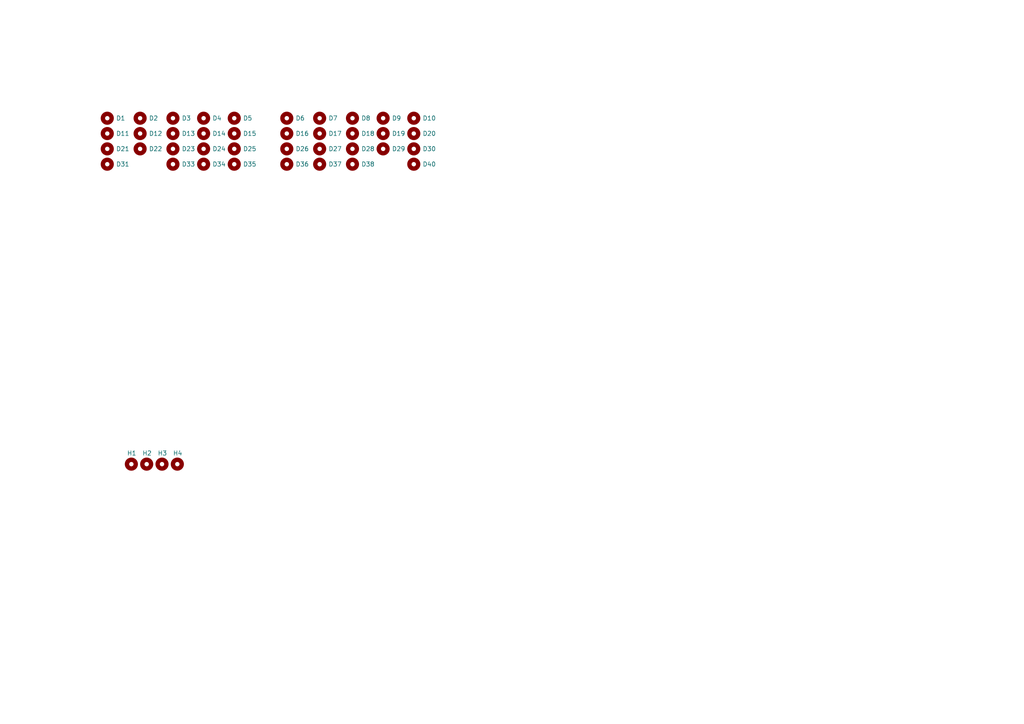
<source format=kicad_sch>
(kicad_sch (version 20211123) (generator eeschema)
  (paper "A4")
  (lib_symbols
    (symbol "Mechanical:MountingHole" (pin_names (offset 1.016))
      (property "Reference" "H" (at 0 5.08 0))
      (property "Value" "MountingHole" (at 0 3.175 0))
      (symbol "MountingHole_0_1"
        (circle (center 0 0) (radius 1.27) (stroke (width 1.27)))
      )
    )
  )
  (symbol (lib_id "Mechanical:MountingHole") (at 40.64 34.29 0) (unit 1)
    (property "Reference" "D2" (at 43.18 34.29 0) (effects (justify left)))
    (property "Value" "MountingHole" (effects hide))
    (property "Footprint" "custom:Diode-slot" (effects hide))
  )
  (symbol (lib_id "Mechanical:MountingHole") (at 92.71 43.18 0) (unit 1)
    (property "Reference" "D27" (at 95.25 43.18 0) (effects (justify left)))
    (property "Value" "MountingHole" (effects hide))
    (property "Footprint" "custom:Diode-slot" (effects hide))
  )
  (symbol (lib_id "Mechanical:MountingHole") (at 51.435 134.62 0) (unit 1)
    (property "Reference" "H4" (at 50.165 131.445 0) (effects (justify left)))
    (property "Value" "MountingHole_Pad" (effects hide))
    (property "Footprint" "MountingHole:MountingHole_2.2mm_M2" (effects hide))
  )
  (symbol (lib_id "Mechanical:MountingHole") (at 50.165 47.625 0) (unit 1)
    (property "Reference" "D33" (at 52.705 47.625 0) (effects (justify left)))
    (property "Value" "MountingHole" (effects hide))
    (property "Footprint" "custom:Diode-slot" (effects hide))
  )
  (symbol (lib_id "Mechanical:MountingHole") (at 92.71 38.735 0) (unit 1)
    (property "Reference" "D17" (at 95.25 38.735 0) (effects (justify left)))
    (property "Value" "MountingHole" (effects hide))
    (property "Footprint" "custom:Diode-slot" (effects hide))
  )
  (symbol (lib_id "Mechanical:MountingHole") (at 111.125 43.18 0) (unit 1)
    (property "Reference" "D29" (at 113.665 43.18 0) (effects (justify left)))
    (property "Value" "MountingHole" (effects hide))
    (property "Footprint" "custom:Diode-slot" (effects hide))
  )
  (symbol (lib_id "Mechanical:MountingHole") (at 31.115 43.18 0) (unit 1)
    (property "Reference" "D21" (at 33.655 43.18 0) (effects (justify left)))
    (property "Value" "MountingHole" (effects hide))
    (property "Footprint" "custom:Diode-slot" (effects hide))
  )
  (symbol (lib_id "Mechanical:MountingHole") (at 120.015 47.625 0) (unit 1)
    (property "Reference" "D40" (at 122.555 47.625 0) (effects (justify left)))
    (property "Value" "MountingHole" (effects hide))
    (property "Footprint" "custom:Diode-slot" (effects hide))
  )
  (symbol (lib_id "Mechanical:MountingHole") (at 120.015 43.18 0) (unit 1)
    (property "Reference" "D30" (at 122.555 43.18 0) (effects (justify left)))
    (property "Value" "MountingHole" (effects hide))
    (property "Footprint" "custom:Diode-slot" (effects hide))
  )
  (symbol (lib_id "Mechanical:MountingHole") (at 102.235 34.29 0) (unit 1)
    (property "Reference" "D8" (at 104.775 34.29 0) (effects (justify left)))
    (property "Value" "MountingHole" (effects hide))
    (property "Footprint" "custom:Diode-slot" (effects hide))
  )
  (symbol (lib_id "Mechanical:MountingHole") (at 83.185 43.18 0) (unit 1)
    (property "Reference" "D26" (at 85.725 43.18 0) (effects (justify left)))
    (property "Value" "MountingHole" (effects hide))
    (property "Footprint" "custom:Diode-slot" (effects hide))
  )
  (symbol (lib_id "Mechanical:MountingHole") (at 83.185 38.735 0) (unit 1)
    (property "Reference" "D16" (at 85.725 38.735 0) (effects (justify left)))
    (property "Value" "MountingHole" (effects hide))
    (property "Footprint" "custom:Diode-slot" (effects hide))
  )
  (symbol (lib_id "Mechanical:MountingHole") (at 46.99 134.62 0) (unit 1)
    (property "Reference" "H3" (at 45.72 131.445 0) (effects (justify left)))
    (property "Value" "MountingHole_Pad" (effects hide))
    (property "Footprint" "MountingHole:MountingHole_2.2mm_M2" (effects hide))
  )
  (symbol (lib_id "Mechanical:MountingHole") (at 83.185 47.625 0) (unit 1)
    (property "Reference" "D36" (at 85.725 47.625 0) (effects (justify left)))
    (property "Value" "MountingHole" (effects hide))
    (property "Footprint" "custom:Diode-slot" (effects hide))
  )
  (symbol (lib_id "Mechanical:MountingHole") (at 67.945 34.29 0) (unit 1)
    (property "Reference" "D5" (at 70.485 34.29 0) (effects (justify left)))
    (property "Value" "MountingHole" (effects hide))
    (property "Footprint" "custom:Diode-slot" (effects hide))
  )
  (symbol (lib_id "Mechanical:MountingHole") (at 102.235 38.735 0) (unit 1)
    (property "Reference" "D18" (at 104.775 38.735 0) (effects (justify left)))
    (property "Value" "MountingHole" (effects hide))
    (property "Footprint" "custom:Diode-slot" (effects hide))
  )
  (symbol (lib_id "Mechanical:MountingHole") (at 50.165 34.29 0) (unit 1)
    (property "Reference" "D3" (at 52.705 34.29 0) (effects (justify left)))
    (property "Value" "MountingHole" (effects hide))
    (property "Footprint" "custom:Diode-slot" (effects hide))
  )
  (symbol (lib_id "Mechanical:MountingHole") (at 83.185 34.29 0) (unit 1)
    (property "Reference" "D6" (at 85.725 34.29 0) (effects (justify left)))
    (property "Value" "MountingHole" (effects hide))
    (property "Footprint" "custom:Diode-slot" (effects hide))
  )
  (symbol (lib_id "Mechanical:MountingHole") (at 59.055 43.18 0) (unit 1)
    (property "Reference" "D24" (at 61.595 43.18 0) (effects (justify left)))
    (property "Value" "MountingHole" (effects hide))
    (property "Footprint" "custom:Diode-slot" (effects hide))
  )
  (symbol (lib_id "Mechanical:MountingHole") (at 111.125 34.29 0) (unit 1)
    (property "Reference" "D9" (at 113.665 34.29 0) (effects (justify left)))
    (property "Value" "MountingHole" (effects hide))
    (property "Footprint" "custom:Diode-slot" (effects hide))
  )
  (symbol (lib_id "Mechanical:MountingHole") (at 111.125 38.735 0) (unit 1)
    (property "Reference" "D19" (at 113.665 38.735 0) (effects (justify left)))
    (property "Value" "MountingHole" (effects hide))
    (property "Footprint" "custom:Diode-slot" (effects hide))
  )
  (symbol (lib_id "Mechanical:MountingHole") (at 102.235 43.18 0) (unit 1)
    (property "Reference" "D28" (at 104.775 43.18 0) (effects (justify left)))
    (property "Value" "MountingHole" (effects hide))
    (property "Footprint" "custom:Diode-slot" (effects hide))
  )
  (symbol (lib_id "Mechanical:MountingHole") (at 31.115 34.29 0) (unit 1)
    (property "Reference" "D1" (at 33.655 34.29 0) (effects (justify left)))
    (property "Value" "MountingHole" (effects hide))
    (property "Footprint" "custom:Diode-slot" (effects hide))
  )
  (symbol (lib_id "Mechanical:MountingHole") (at 59.055 38.735 0) (unit 1)
    (property "Reference" "D14" (at 61.595 38.735 0) (effects (justify left)))
    (property "Value" "MountingHole" (effects hide))
    (property "Footprint" "custom:Diode-slot" (effects hide))
  )
  (symbol (lib_id "Mechanical:MountingHole") (at 92.71 34.29 0) (unit 1)
    (property "Reference" "D7" (at 95.25 34.29 0) (effects (justify left)))
    (property "Value" "MountingHole" (effects hide))
    (property "Footprint" "custom:Diode-slot" (effects hide))
  )
  (symbol (lib_id "Mechanical:MountingHole") (at 120.015 34.29 0) (unit 1)
    (property "Reference" "D10" (at 122.555 34.29 0) (effects (justify left)))
    (property "Value" "MountingHole" (effects hide))
    (property "Footprint" "custom:Diode-slot" (effects hide))
  )
  (symbol (lib_id "Mechanical:MountingHole") (at 50.165 38.735 0) (unit 1)
    (property "Reference" "D13" (at 52.705 38.735 0) (effects (justify left)))
    (property "Value" "MountingHole" (effects hide))
    (property "Footprint" "custom:Diode-slot" (effects hide))
  )
  (symbol (lib_id "Mechanical:MountingHole") (at 42.545 134.62 0) (unit 1)
    (property "Reference" "H2" (at 41.275 131.445 0) (effects (justify left)))
    (property "Value" "MountingHole_Pad" (effects hide))
    (property "Footprint" "MountingHole:MountingHole_2.2mm_M2" (effects hide))
  )
  (symbol (lib_id "Mechanical:MountingHole") (at 50.165 43.18 0) (unit 1)
    (property "Reference" "D23" (at 52.705 43.18 0) (effects (justify left)))
    (property "Value" "MountingHole" (effects hide))
    (property "Footprint" "custom:Diode-slot" (effects hide))
  )
  (symbol (lib_id "Mechanical:MountingHole") (at 40.64 43.18 0) (unit 1)
    (property "Reference" "D22" (at 43.18 43.18 0) (effects (justify left)))
    (property "Value" "MountingHole" (effects hide))
    (property "Footprint" "custom:Diode-slot" (effects hide))
  )
  (symbol (lib_id "Mechanical:MountingHole") (at 102.235 47.625 0) (unit 1)
    (property "Reference" "D38" (at 104.775 47.625 0) (effects (justify left)))
    (property "Value" "MountingHole" (effects hide))
    (property "Footprint" "custom:Diode-slot" (effects hide))
  )
  (symbol (lib_id "Mechanical:MountingHole") (at 40.64 38.735 0) (unit 1)
    (property "Reference" "D12" (at 43.18 38.735 0) (effects (justify left)))
    (property "Value" "MountingHole" (effects hide))
    (property "Footprint" "custom:Diode-slot" (effects hide))
  )
  (symbol (lib_id "Mechanical:MountingHole") (at 92.71 47.625 0) (unit 1)
    (property "Reference" "D37" (at 95.25 47.625 0) (effects (justify left)))
    (property "Value" "MountingHole" (effects hide))
    (property "Footprint" "custom:Diode-slot" (effects hide))
  )
  (symbol (lib_id "Mechanical:MountingHole") (at 67.945 43.18 0) (unit 1)
    (property "Reference" "D25" (at 70.485 43.18 0) (effects (justify left)))
    (property "Value" "MountingHole" (effects hide))
    (property "Footprint" "custom:Diode-slot" (effects hide))
  )
  (symbol (lib_id "Mechanical:MountingHole") (at 120.015 38.735 0) (unit 1)
    (property "Reference" "D20" (at 122.555 38.735 0) (effects (justify left)))
    (property "Value" "MountingHole" (effects hide))
    (property "Footprint" "custom:Diode-slot" (effects hide))
  )
  (symbol (lib_id "Mechanical:MountingHole") (at 67.945 47.625 0) (unit 1)
    (property "Reference" "D35" (at 70.485 47.625 0) (effects (justify left)))
    (property "Value" "MountingHole" (effects hide))
    (property "Footprint" "custom:Diode-slot" (effects hide))
  )
  (symbol (lib_id "Mechanical:MountingHole") (at 67.945 38.735 0) (unit 1)
    (property "Reference" "D15" (at 70.485 38.735 0) (effects (justify left)))
    (property "Value" "MountingHole" (effects hide))
    (property "Footprint" "custom:Diode-slot" (effects hide))
  )
  (symbol (lib_id "Mechanical:MountingHole") (at 59.055 34.29 0) (unit 1)
    (property "Reference" "D4" (at 61.595 34.29 0) (effects (justify left)))
    (property "Value" "MountingHole" (effects hide))
    (property "Footprint" "custom:Diode-slot" (effects hide))
  )
  (symbol (lib_id "Mechanical:MountingHole") (at 59.055 47.625 0) (unit 1)
    (property "Reference" "D34" (at 61.595 47.625 0) (effects (justify left)))
    (property "Value" "MountingHole" (effects hide))
    (property "Footprint" "custom:Diode-slot" (effects hide))
  )
  (symbol (lib_id "Mechanical:MountingHole") (at 31.115 38.735 0) (unit 1)
    (property "Reference" "D11" (at 33.655 38.735 0) (effects (justify left)))
    (property "Value" "MountingHole" (effects hide))
    (property "Footprint" "custom:Diode-slot" (effects hide))
  )
  (symbol (lib_id "Mechanical:MountingHole") (at 31.115 47.625 0) (unit 1)
    (property "Reference" "D31" (at 33.655 47.625 0) (effects (justify left)))
    (property "Value" "MountingHole" (effects hide))
    (property "Footprint" "custom:Diode-slot" (effects hide))
  )
  (symbol (lib_id "Mechanical:MountingHole") (at 38.1 134.62 0) (unit 1)
    (property "Reference" "H1" (at 36.83 131.445 0) (effects (justify left)))
    (property "Value" "MountingHole_Pad" (effects hide))
    (property "Footprint" "MountingHole:MountingHole_2.2mm_M2" (effects hide))
  )
)
</source>
